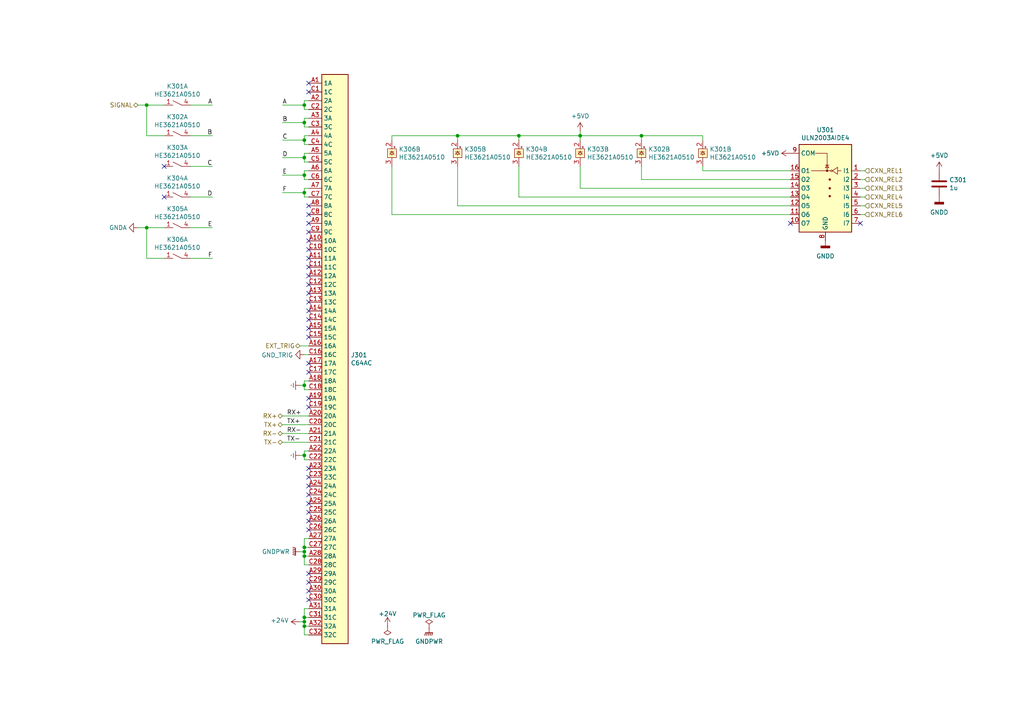
<source format=kicad_sch>
(kicad_sch (version 20230121) (generator eeschema)
  (paper "A4")
  (lib_symbols
    (symbol "Connector:C64AC"
      (property "Reference" "J" (at 0 85.09 0))
      (property "Value" "Connector_C64AC" (at 6.35 1.27 90))
      (symbol "C64AC_0_1"
        (rectangle (start -3.81 -81.28) (end 3.81 83.82) (stroke (width 0.254)) (fill (type background)))
      )
      (symbol "C64AC_1_1"
        (pin passive line (at -7.62 81.28 0) (length 3.81) (name "1A") (number "A1"))
        (pin passive line (at -7.62 35.56 0) (length 3.81) (name "10A") (number "A10"))
        (pin passive line (at -7.62 30.48 0) (length 3.81) (name "11A") (number "A11"))
        (pin passive line (at -7.62 25.4 0) (length 3.81) (name "12A") (number "A12"))
        (pin passive line (at -7.62 20.32 0) (length 3.81) (name "13A") (number "A13"))
        (pin passive line (at -7.62 15.24 0) (length 3.81) (name "14A") (number "A14"))
        (pin passive line (at -7.62 10.16 0) (length 3.81) (name "15A") (number "A15"))
        (pin passive line (at -7.62 5.08 0) (length 3.81) (name "16A") (number "A16"))
        (pin passive line (at -7.62 0 0) (length 3.81) (name "17A") (number "A17"))
        (pin passive line (at -7.62 -5.08 0) (length 3.81) (name "18A") (number "A18"))
        (pin passive line (at -7.62 -10.16 0) (length 3.81) (name "19A") (number "A19"))
        (pin passive line (at -7.62 76.2 0) (length 3.81) (name "2A") (number "A2"))
        (pin passive line (at -7.62 -15.24 0) (length 3.81) (name "20A") (number "A20"))
        (pin passive line (at -7.62 -20.32 0) (length 3.81) (name "21A") (number "A21"))
        (pin passive line (at -7.62 -25.4 0) (length 3.81) (name "22A") (number "A22"))
        (pin passive line (at -7.62 -30.48 0) (length 3.81) (name "23A") (number "A23"))
        (pin passive line (at -7.62 -35.56 0) (length 3.81) (name "24A") (number "A24"))
        (pin passive line (at -7.62 -40.64 0) (length 3.81) (name "25A") (number "A25"))
        (pin passive line (at -7.62 -45.72 0) (length 3.81) (name "26A") (number "A26"))
        (pin passive line (at -7.62 -50.8 0) (length 3.81) (name "27A") (number "A27"))
        (pin passive line (at -7.62 -55.88 0) (length 3.81) (name "28A") (number "A28"))
        (pin passive line (at -7.62 -60.96 0) (length 3.81) (name "29A") (number "A29"))
        (pin passive line (at -7.62 71.12 0) (length 3.81) (name "3A") (number "A3"))
        (pin passive line (at -7.62 -66.04 0) (length 3.81) (name "30A") (number "A30"))
        (pin passive line (at -7.62 -71.12 0) (length 3.81) (name "31A") (number "A31"))
        (pin passive line (at -7.62 -76.2 0) (length 3.81) (name "32A") (number "A32"))
        (pin passive line (at -7.62 66.04 0) (length 3.81) (name "4A") (number "A4"))
        (pin passive line (at -7.62 60.96 0) (length 3.81) (name "5A") (number "A5"))
        (pin passive line (at -7.62 55.88 0) (length 3.81) (name "6A") (number "A6"))
        (pin passive line (at -7.62 50.8 0) (length 3.81) (name "7A") (number "A7"))
        (pin passive line (at -7.62 45.72 0) (length 3.81) (name "8A") (number "A8"))
        (pin passive line (at -7.62 40.64 0) (length 3.81) (name "9A") (number "A9"))
        (pin passive line (at -7.62 78.74 0) (length 3.81) (name "1C") (number "C1"))
        (pin passive line (at -7.62 33.02 0) (length 3.81) (name "10C") (number "C10"))
        (pin passive line (at -7.62 27.94 0) (length 3.81) (name "11C") (number "C11"))
        (pin passive line (at -7.62 22.86 0) (length 3.81) (name "12C") (number "C12"))
        (pin passive line (at -7.62 17.78 0) (length 3.81) (name "13C") (number "C13"))
        (pin passive line (at -7.62 12.7 0) (length 3.81) (name "14C") (number "C14"))
        (pin passive line (at -7.62 7.62 0) (length 3.81) (name "15C") (number "C15"))
        (pin passive line (at -7.62 2.54 0) (length 3.81) (name "16C") (number "C16"))
        (pin passive line (at -7.62 -2.54 0) (length 3.81) (name "17C") (number "C17"))
        (pin passive line (at -7.62 -7.62 0) (length 3.81) (name "18C") (number "C18"))
        (pin passive line (at -7.62 -12.7 0) (length 3.81) (name "19C") (number "C19"))
        (pin passive line (at -7.62 73.66 0) (length 3.81) (name "2C") (number "C2"))
        (pin passive line (at -7.62 -17.78 0) (length 3.81) (name "20C") (number "C20"))
        (pin passive line (at -7.62 -22.86 0) (length 3.81) (name "21C") (number "C21"))
        (pin passive line (at -7.62 -27.94 0) (length 3.81) (name "22C") (number "C22"))
        (pin passive line (at -7.62 -33.02 0) (length 3.81) (name "23C") (number "C23"))
        (pin passive line (at -7.62 -38.1 0) (length 3.81) (name "24C") (number "C24"))
        (pin passive line (at -7.62 -43.18 0) (length 3.81) (name "25C") (number "C25"))
        (pin passive line (at -7.62 -48.26 0) (length 3.81) (name "26C") (number "C26"))
        (pin passive line (at -7.62 -53.34 0) (length 3.81) (name "27C") (number "C27"))
        (pin passive line (at -7.62 -58.42 0) (length 3.81) (name "28C") (number "C28"))
        (pin passive line (at -7.62 -63.5 0) (length 3.81) (name "29C") (number "C29"))
        (pin passive line (at -7.62 68.58 0) (length 3.81) (name "3C") (number "C3"))
        (pin passive line (at -7.62 -68.58 0) (length 3.81) (name "30C") (number "C30"))
        (pin passive line (at -7.62 -73.66 0) (length 3.81) (name "31C") (number "C31"))
        (pin passive line (at -7.62 -78.74 0) (length 3.81) (name "32C") (number "C32"))
        (pin passive line (at -7.62 63.5 0) (length 3.81) (name "4C") (number "C4"))
        (pin passive line (at -7.62 58.42 0) (length 3.81) (name "5C") (number "C5"))
        (pin passive line (at -7.62 53.34 0) (length 3.81) (name "6C") (number "C6"))
        (pin passive line (at -7.62 48.26 0) (length 3.81) (name "7C") (number "C7"))
        (pin passive line (at -7.62 43.18 0) (length 3.81) (name "8C") (number "C8"))
        (pin passive line (at -7.62 38.1 0) (length 3.81) (name "9C") (number "C9"))
      )
    )
    (symbol "Device:C" (pin_numbers hide) (pin_names (offset 0.254))
      (property "Reference" "C" (at 0.635 2.54 0))
      (property "Value" "C" (at 0.635 -2.54 0))
      (symbol "C_0_1"
        (polyline (pts (xy -2.032 -0.762) (xy 2.032 -0.762)) (stroke (width 0.508)))
        (polyline (pts (xy -2.032 0.762) (xy 2.032 0.762)) (stroke (width 0.508)))
      )
      (symbol "C_1_1"
        (pin passive line (at 0 3.81 270) (length 2.794) (name "~") (number "1"))
        (pin passive line (at 0 -3.81 90) (length 2.794) (name "~") (number "2"))
      )
    )
    (symbol "ETH1CFGEN1:HE3621A0510" (pin_names (offset 1.016))
      (property "Reference" "K" (at 6.35 1.27 0))
      (property "Value" "HE3621A0510" (at 6.35 -1.27 0))
      (symbol "HE3621A0510_1_1"
        (polyline (pts (xy 0 -1.27) (xy 1.27 1.27)))
        (pin passive line (at 0 3.81 270) (length 2.54) (name "~") (number "1"))
        (pin passive line (at 0 -3.81 90) (length 2.54) (name "~") (number "4"))
      )
      (symbol "HE3621A0510_2_1"
        (polyline (pts (xy 0 -0.254) (xy 0 -0.635)))
        (polyline (pts (xy 0 0.381) (xy 0 0.762)))
        (polyline (pts (xy 0.508 1.778) (xy 1.016 1.778)))
        (polyline (pts (xy 0.635 0.381) (xy -0.635 0.381)))
        (polyline (pts (xy 0.762 2.032) (xy 0.762 1.524)))
        (polyline (pts (xy 0.635 -0.254) (xy -0.635 -0.254) (xy 0 0.381) (xy 0.635 -0.254)))
        (rectangle (start 1.27 1.27) (end -1.27 -1.27) (fill (type background)))
        (pin passive line (at 0 3.81 270) (length 2.54) (name "~") (number "2"))
        (pin passive line (at 0 -3.81 90) (length 2.54) (name "~") (number "3"))
      )
    )
    (symbol "ETH1CSMU2:GND_TRIG" (power) (pin_names (offset 0))
      (property "Value" "GND_TRIG" (at 0 -3.81 0))
      (symbol "GND_TRIG_0_1"
        (polyline (pts (xy 0 0) (xy 0 -1.27) (xy 1.27 -1.27) (xy 0 -2.54) (xy -1.27 -1.27) (xy 0 -1.27)))
      )
      (symbol "GND_TRIG_1_1"
        (pin power_in line (at 0 0 270) (length 0) hide (name "GND_TRIG") (number "1"))
      )
    )
    (symbol "Transistor_Array:ULN2003A"
      (property "Reference" "U" (at 0 15.875 0))
      (property "Value" "ULN2003A" (at 0 13.97 0))
      (symbol "ULN2003A_0_1"
        (rectangle (start -7.62 -12.7) (end 7.62 12.7) (stroke (width 0.254)) (fill (type background)))
        (circle (center -1.778 5.08) (radius 0.254))
        (circle (center -1.27 -2.286) (radius 0.254) (fill (type outline)))
        (circle (center -1.27 0) (radius 0.254) (fill (type outline)))
        (circle (center -1.27 2.54) (radius 0.254) (fill (type outline)))
        (circle (center -0.508 5.08) (radius 0.254) (fill (type outline)))
        (polyline (pts (xy -4.572 5.08) (xy -3.556 5.08)))
        (polyline (pts (xy -1.524 5.08) (xy 4.064 5.08)))
        (polyline (pts (xy 0 6.731) (xy -1.016 6.731)))
        (polyline (pts (xy -0.508 5.08) (xy -0.508 10.16) (xy 2.921 10.16)))
        (polyline (pts (xy -3.556 6.096) (xy -3.556 4.064) (xy -2.032 5.08) (xy -3.556 6.096)))
        (polyline (pts (xy 0 5.969) (xy -1.016 5.969) (xy -0.508 6.731) (xy 0 5.969)))
      )
      (symbol "ULN2003A_1_1"
        (pin input line (at -10.16 5.08 0) (length 2.54) (name "I1") (number "1"))
        (pin open_collector line (at 10.16 -10.16 180) (length 2.54) (name "O7") (number "10"))
        (pin open_collector line (at 10.16 -7.62 180) (length 2.54) (name "O6") (number "11"))
        (pin open_collector line (at 10.16 -5.08 180) (length 2.54) (name "O5") (number "12"))
        (pin open_collector line (at 10.16 -2.54 180) (length 2.54) (name "O4") (number "13"))
        (pin open_collector line (at 10.16 0 180) (length 2.54) (name "O3") (number "14"))
        (pin open_collector line (at 10.16 2.54 180) (length 2.54) (name "O2") (number "15"))
        (pin open_collector line (at 10.16 5.08 180) (length 2.54) (name "O1") (number "16"))
        (pin input line (at -10.16 2.54 0) (length 2.54) (name "I2") (number "2"))
        (pin input line (at -10.16 0 0) (length 2.54) (name "I3") (number "3"))
        (pin input line (at -10.16 -2.54 0) (length 2.54) (name "I4") (number "4"))
        (pin input line (at -10.16 -5.08 0) (length 2.54) (name "I5") (number "5"))
        (pin input line (at -10.16 -7.62 0) (length 2.54) (name "I6") (number "6"))
        (pin input line (at -10.16 -10.16 0) (length 2.54) (name "I7") (number "7"))
        (pin power_in line (at 0 -15.24 90) (length 2.54) (name "GND") (number "8"))
        (pin passive line (at 10.16 10.16 180) (length 2.54) (name "COM") (number "9"))
      )
    )
    (symbol "power:+24V" (power) (pin_names (offset 0))
      (property "Value" "+24V" (at 0 3.556 0))
      (symbol "+24V_0_1"
        (polyline (pts (xy -0.762 1.27) (xy 0 2.54)))
        (polyline (pts (xy 0 0) (xy 0 2.54)))
        (polyline (pts (xy 0 2.54) (xy 0.762 1.27)))
      )
      (symbol "+24V_1_1"
        (pin power_in line (at 0 0 90) (length 0) hide (name "+24V") (number "1"))
      )
    )
    (symbol "power:+5VD" (power) (pin_names (offset 0))
      (property "Value" "+5VD" (at 0 3.556 0))
      (symbol "+5VD_0_1"
        (polyline (pts (xy -0.762 1.27) (xy 0 2.54)))
        (polyline (pts (xy 0 0) (xy 0 2.54)))
        (polyline (pts (xy 0 2.54) (xy 0.762 1.27)))
      )
      (symbol "+5VD_1_1"
        (pin power_in line (at 0 0 90) (length 0) hide (name "+5VD") (number "1"))
      )
    )
    (symbol "power:Earth" (power) (pin_names (offset 0))
      (symbol "Earth_0_1"
        (polyline (pts (xy -0.635 -1.905) (xy 0.635 -1.905)))
        (polyline (pts (xy -0.127 -2.54) (xy 0.127 -2.54)))
        (polyline (pts (xy 0 -1.27) (xy 0 0)))
        (polyline (pts (xy 1.27 -1.27) (xy -1.27 -1.27)))
      )
      (symbol "Earth_1_1"
        (pin power_in line (at 0 0 270) (length 0) hide (name "Earth") (number "1"))
      )
    )
    (symbol "power:GNDA" (power) (pin_names (offset 0))
      (property "Value" "GNDA" (at 0 -3.81 0))
      (symbol "GNDA_0_1"
        (polyline (pts (xy 0 0) (xy 0 -1.27) (xy 1.27 -1.27) (xy 0 -2.54) (xy -1.27 -1.27) (xy 0 -1.27)))
      )
      (symbol "GNDA_1_1"
        (pin power_in line (at 0 0 270) (length 0) hide (name "GNDA") (number "1"))
      )
    )
    (symbol "power:GNDD" (power) (pin_names (offset 0))
      (property "Value" "GNDD" (at 0 -3.175 0))
      (symbol "GNDD_0_1"
        (rectangle (start -1.27 -1.524) (end 1.27 -2.032) (stroke (width 0.254)) (fill (type outline)))
        (polyline (pts (xy 0 0) (xy 0 -1.524)))
      )
      (symbol "GNDD_1_1"
        (pin power_in line (at 0 0 270) (length 0) hide (name "GNDD") (number "1"))
      )
    )
    (symbol "power:GNDPWR" (power) (pin_names (offset 0))
      (property "Value" "GNDPWR" (at 0 -3.302 0))
      (symbol "GNDPWR_0_1"
        (polyline (pts (xy 0 -1.27) (xy 0 0)))
        (polyline (pts (xy -1.016 -1.27) (xy -1.27 -2.032) (xy -1.27 -2.032)) (stroke (width 0.2032)))
        (polyline (pts (xy -0.508 -1.27) (xy -0.762 -2.032) (xy -0.762 -2.032)) (stroke (width 0.2032)))
        (polyline (pts (xy 0 -1.27) (xy -0.254 -2.032) (xy -0.254 -2.032)) (stroke (width 0.2032)))
        (polyline (pts (xy 0.508 -1.27) (xy 0.254 -2.032) (xy 0.254 -2.032)) (stroke (width 0.2032)))
        (polyline (pts (xy 1.016 -1.27) (xy -1.016 -1.27) (xy -1.016 -1.27)) (stroke (width 0.2032)))
        (polyline (pts (xy 1.016 -1.27) (xy 0.762 -2.032) (xy 0.762 -2.032) (xy 0.762 -2.032)) (stroke (width 0.2032)))
      )
      (symbol "GNDPWR_1_1"
        (pin power_in line (at 0 0 270) (length 0) hide (name "GNDPWR") (number "1"))
      )
    )
    (symbol "power:PWR_FLAG" (power) (pin_numbers hide) (pin_names (offset 0) hide)
      (property "Value" "PWR_FLAG" (at 0 3.81 0))
      (symbol "PWR_FLAG_0_0"
        (pin power_out line (at 0 0 90) (length 0) (name "pwr") (number "1"))
      )
      (symbol "PWR_FLAG_0_1"
        (polyline (pts (xy 0 0) (xy 0 1.27) (xy -1.016 1.905) (xy 0 2.54) (xy 1.016 1.905) (xy 0 1.27)))
      )
    )
  )
  (junction (at 132.715 39.37))
  (junction (at 88.265 132.08))
  (junction (at 88.265 160.02))
  (junction (at 42.545 30.48))
  (junction (at 88.265 55.88))
  (junction (at 88.265 30.48))
  (junction (at 42.545 66.04))
  (junction (at 88.265 40.64))
  (junction (at 88.265 180.34))
  (junction (at 168.275 39.37))
  (junction (at 88.265 158.75))
  (junction (at 88.265 111.76))
  (junction (at 88.265 181.61))
  (junction (at 88.265 45.72))
  (junction (at 150.495 39.37))
  (junction (at 88.265 161.29))
  (junction (at 88.265 35.56))
  (junction (at 186.055 39.37))
  (junction (at 88.265 179.07))
  (junction (at 88.265 50.8))
  (no_connect (at 89.535 146.05))
  (no_connect (at 89.535 90.17))
  (no_connect (at 47.625 48.26))
  (no_connect (at 89.535 168.91))
  (no_connect (at 89.535 95.25))
  (no_connect (at 89.535 97.79))
  (no_connect (at 89.535 59.69))
  (no_connect (at 89.535 62.23))
  (no_connect (at 89.535 135.89))
  (no_connect (at 89.535 143.51))
  (no_connect (at 89.535 77.47))
  (no_connect (at 89.535 92.71))
  (no_connect (at 89.535 87.63))
  (no_connect (at 89.535 118.11))
  (no_connect (at 47.625 57.15))
  (no_connect (at 89.535 67.31))
  (no_connect (at 89.535 82.55))
  (no_connect (at 89.535 74.93))
  (no_connect (at 89.535 148.59))
  (no_connect (at 89.535 166.37))
  (no_connect (at 89.535 138.43))
  (no_connect (at 89.535 24.13))
  (no_connect (at 89.535 64.77))
  (no_connect (at 89.535 69.85))
  (no_connect (at 89.535 80.01))
  (no_connect (at 229.235 64.77))
  (no_connect (at 89.535 107.95))
  (no_connect (at 89.535 105.41))
  (no_connect (at 89.535 153.67))
  (no_connect (at 89.535 72.39))
  (no_connect (at 89.535 151.13))
  (no_connect (at 89.535 173.99))
  (no_connect (at 89.535 26.67))
  (no_connect (at 89.535 140.97))
  (no_connect (at 89.535 85.09))
  (no_connect (at 249.555 64.77))
  (no_connect (at 89.535 171.45))
  (no_connect (at 89.535 115.57))
  (wire (pts (xy 250.825 49.53) (xy 249.555 49.53)))
  (wire (pts (xy 47.625 39.37) (xy 42.545 39.37)))
  (wire (pts (xy 55.245 39.37) (xy 61.595 39.37)))
  (wire (pts (xy 55.245 57.15) (xy 61.595 57.15)))
  (wire (pts (xy 250.825 52.07) (xy 249.555 52.07)))
  (wire (pts (xy 55.245 48.26) (xy 61.595 48.26)))
  (wire (pts (xy 89.535 39.37) (xy 88.265 39.37)))
  (wire (pts (xy 55.245 74.93) (xy 61.595 74.93)))
  (wire (pts (xy 132.715 39.37) (xy 150.495 39.37)))
  (wire (pts (xy 88.265 31.75) (xy 89.535 31.75)))
  (wire (pts (xy 88.265 41.91) (xy 89.535 41.91)))
  (wire (pts (xy 89.535 49.53) (xy 88.265 49.53)))
  (wire (pts (xy 88.265 50.8) (xy 88.265 52.07)))
  (wire (pts (xy 88.265 176.53) (xy 89.535 176.53)))
  (wire (pts (xy 89.535 120.65) (xy 81.915 120.65)))
  (wire (pts (xy 88.265 45.72) (xy 88.265 46.99)))
  (wire (pts (xy 150.495 39.37) (xy 168.275 39.37)))
  (wire (pts (xy 42.545 66.04) (xy 40.005 66.04)))
  (wire (pts (xy 150.495 57.15) (xy 150.495 48.26)))
  (wire (pts (xy 89.535 179.07) (xy 88.265 179.07)))
  (wire (pts (xy 88.265 158.75) (xy 88.265 156.21)))
  (wire (pts (xy 113.665 48.26) (xy 113.665 62.23)))
  (wire (pts (xy 89.535 128.27) (xy 81.915 128.27)))
  (wire (pts (xy 168.275 54.61) (xy 168.275 48.26)))
  (wire (pts (xy 88.265 55.88) (xy 88.265 57.15)))
  (wire (pts (xy 89.535 29.21) (xy 88.265 29.21)))
  (wire (pts (xy 88.265 130.81) (xy 88.265 132.08)))
  (wire (pts (xy 229.235 59.69) (xy 132.715 59.69)))
  (wire (pts (xy 86.995 180.34) (xy 88.265 180.34)))
  (wire (pts (xy 88.265 161.29) (xy 88.265 160.02)))
  (wire (pts (xy 88.265 102.87) (xy 89.535 102.87)))
  (wire (pts (xy 47.625 66.04) (xy 42.545 66.04)))
  (wire (pts (xy 88.265 133.35) (xy 89.535 133.35)))
  (wire (pts (xy 88.265 30.48) (xy 88.265 31.75)))
  (wire (pts (xy 88.265 110.49) (xy 88.265 111.76)))
  (wire (pts (xy 88.265 34.29) (xy 88.265 35.56)))
  (wire (pts (xy 89.535 110.49) (xy 88.265 110.49)))
  (wire (pts (xy 86.995 160.02) (xy 88.265 160.02)))
  (wire (pts (xy 88.265 179.07) (xy 88.265 176.53)))
  (wire (pts (xy 88.265 54.61) (xy 88.265 55.88)))
  (wire (pts (xy 132.715 39.37) (xy 113.665 39.37)))
  (wire (pts (xy 86.995 132.08) (xy 88.265 132.08)))
  (wire (pts (xy 229.235 52.07) (xy 186.055 52.07)))
  (wire (pts (xy 88.265 50.8) (xy 81.915 50.8)))
  (wire (pts (xy 89.535 125.73) (xy 81.915 125.73)))
  (wire (pts (xy 86.995 100.33) (xy 89.535 100.33)))
  (wire (pts (xy 203.835 49.53) (xy 203.835 48.26)))
  (wire (pts (xy 88.265 49.53) (xy 88.265 50.8)))
  (wire (pts (xy 229.235 49.53) (xy 203.835 49.53)))
  (wire (pts (xy 89.535 161.29) (xy 88.265 161.29)))
  (wire (pts (xy 89.535 163.83) (xy 88.265 163.83)))
  (wire (pts (xy 88.265 160.02) (xy 88.265 158.75)))
  (wire (pts (xy 88.265 36.83) (xy 89.535 36.83)))
  (wire (pts (xy 88.265 44.45) (xy 88.265 45.72)))
  (wire (pts (xy 88.265 29.21) (xy 88.265 30.48)))
  (wire (pts (xy 186.055 52.07) (xy 186.055 48.26)))
  (wire (pts (xy 42.545 39.37) (xy 42.545 30.48)))
  (wire (pts (xy 88.265 45.72) (xy 81.915 45.72)))
  (wire (pts (xy 88.265 35.56) (xy 88.265 36.83)))
  (wire (pts (xy 89.535 34.29) (xy 88.265 34.29)))
  (wire (pts (xy 168.275 39.37) (xy 186.055 39.37)))
  (wire (pts (xy 250.825 57.15) (xy 249.555 57.15)))
  (wire (pts (xy 168.275 38.1) (xy 168.275 39.37)))
  (wire (pts (xy 55.245 66.04) (xy 61.595 66.04)))
  (wire (pts (xy 88.265 40.64) (xy 81.915 40.64)))
  (wire (pts (xy 250.825 62.23) (xy 249.555 62.23)))
  (wire (pts (xy 229.235 57.15) (xy 150.495 57.15)))
  (wire (pts (xy 88.265 132.08) (xy 88.265 133.35)))
  (wire (pts (xy 88.265 113.03) (xy 89.535 113.03)))
  (wire (pts (xy 88.265 35.56) (xy 81.915 35.56)))
  (wire (pts (xy 88.265 30.48) (xy 81.915 30.48)))
  (wire (pts (xy 88.265 40.64) (xy 88.265 41.91)))
  (wire (pts (xy 89.535 181.61) (xy 88.265 181.61)))
  (wire (pts (xy 250.825 59.69) (xy 249.555 59.69)))
  (wire (pts (xy 88.265 46.99) (xy 89.535 46.99)))
  (wire (pts (xy 89.535 184.15) (xy 88.265 184.15)))
  (wire (pts (xy 88.265 181.61) (xy 88.265 180.34)))
  (wire (pts (xy 203.835 39.37) (xy 203.835 40.64)))
  (wire (pts (xy 150.495 39.37) (xy 150.495 40.64)))
  (wire (pts (xy 132.715 59.69) (xy 132.715 48.26)))
  (wire (pts (xy 89.535 130.81) (xy 88.265 130.81)))
  (wire (pts (xy 86.995 111.76) (xy 88.265 111.76)))
  (wire (pts (xy 229.235 54.61) (xy 168.275 54.61)))
  (wire (pts (xy 88.265 52.07) (xy 89.535 52.07)))
  (wire (pts (xy 88.265 55.88) (xy 81.915 55.88)))
  (wire (pts (xy 88.265 184.15) (xy 88.265 181.61)))
  (wire (pts (xy 55.245 30.48) (xy 61.595 30.48)))
  (wire (pts (xy 89.535 158.75) (xy 88.265 158.75)))
  (wire (pts (xy 42.545 30.48) (xy 40.005 30.48)))
  (wire (pts (xy 132.715 40.64) (xy 132.715 39.37)))
  (wire (pts (xy 113.665 39.37) (xy 113.665 40.64)))
  (wire (pts (xy 47.625 30.48) (xy 42.545 30.48)))
  (wire (pts (xy 89.535 44.45) (xy 88.265 44.45)))
  (wire (pts (xy 186.055 40.64) (xy 186.055 39.37)))
  (wire (pts (xy 88.265 180.34) (xy 88.265 179.07)))
  (wire (pts (xy 88.265 111.76) (xy 88.265 113.03)))
  (wire (pts (xy 89.535 54.61) (xy 88.265 54.61)))
  (wire (pts (xy 88.265 163.83) (xy 88.265 161.29)))
  (wire (pts (xy 250.825 54.61) (xy 249.555 54.61)))
  (wire (pts (xy 88.265 57.15) (xy 89.535 57.15)))
  (wire (pts (xy 89.535 123.19) (xy 81.915 123.19)))
  (wire (pts (xy 186.055 39.37) (xy 203.835 39.37)))
  (wire (pts (xy 88.265 156.21) (xy 89.535 156.21)))
  (wire (pts (xy 168.275 40.64) (xy 168.275 39.37)))
  (wire (pts (xy 42.545 74.93) (xy 42.545 66.04)))
  (wire (pts (xy 88.265 39.37) (xy 88.265 40.64)))
  (wire (pts (xy 113.665 62.23) (xy 229.235 62.23)))
  (wire (pts (xy 47.625 74.93) (xy 42.545 74.93)))
  (label "E" (at 61.595 66.04 180))
  (label "B" (at 61.595 39.37 180))
  (label "F" (at 61.595 74.93 180))
  (label "RX+" (at 83.185 120.65 0))
  (label "C" (at 61.595 48.26 180))
  (label "B" (at 81.915 35.56 0))
  (label "TX+" (at 83.185 123.19 0))
  (label "D" (at 61.595 57.15 180))
  (label "F" (at 81.915 55.88 0))
  (label "A" (at 61.595 30.48 180))
  (label "E" (at 81.915 50.8 0))
  (label "D" (at 81.915 45.72 0))
  (label "C" (at 81.915 40.64 0))
  (label "TX-" (at 83.185 128.27 0))
  (label "A" (at 81.915 30.48 0))
  (label "RX-" (at 83.185 125.73 0))
  (hierarchical_label "CXN_REL4" (shape input) (at 250.825 57.15 0))
  (hierarchical_label "CXN_REL6" (shape input) (at 250.825 62.23 0))
  (hierarchical_label "CXN_REL2" (shape input) (at 250.825 52.07 0))
  (hierarchical_label "RX-" (shape bidirectional) (at 81.915 125.73 180))
  (hierarchical_label "SIGNAL" (shape bidirectional) (at 40.005 30.48 180))
  (hierarchical_label "RX+" (shape bidirectional) (at 81.915 120.65 180))
  (hierarchical_label "TX+" (shape bidirectional) (at 81.915 123.19 180))
  (hierarchical_label "CXN_REL1" (shape input) (at 250.825 49.53 0))
  (hierarchical_label "TX-" (shape bidirectional) (at 81.915 128.27 180))
  (hierarchical_label "EXT_TRIG" (shape bidirectional) (at 86.995 100.33 180))
  (hierarchical_label "CXN_REL3" (shape input) (at 250.825 54.61 0))
  (hierarchical_label "CXN_REL5" (shape input) (at 250.825 59.69 0))
  (symbol (lib_id "ETH1CFGEN1:HE3621A0510") (at 113.665 44.45 0) (unit 2)
    (property "Reference" "K306" (at 115.6462 43.2816 0) (effects (justify left)))
    (property "Value" "HE3621A0510" (at 115.6462 45.593 0) (effects (justify left)))
    (instances (project "ETH1CSMU2" (path "" (reference "K306") (unit 2))) (project "ETH1CFGEN1A" (path "" (reference "K501") (unit 2))))
  )
  (symbol (lib_id "power:Earth") (at 86.995 111.76 270) (unit 1)
    (property "Reference" "#PWR0303" (effects hide))
    (property "Value" "Earth" (effects hide))
    (instances (project "ETH1CSMU2" (path "" (reference "#PWR0303") (unit 1))) (project "ETH1CFGEN1A" (path "" (reference "#PWR0502") (unit 1))))
  )
  (symbol (lib_id "Connector:C64AC") (at 97.155 105.41 0) (unit 1)
    (property "Reference" "J301" (at 101.727 102.9716 0) (effects (justify left)))
    (property "Value" "C64AC" (at 101.727 105.283 0) (effects (justify left)))
    (property "Datasheet" " ~" (effects hide))
    (instances (project "ETH1CSMU2" (path "" (reference "J301") (unit 1))) (project "ETH1CFGEN1A" (path "" (reference "J501") (unit 1))))
  )
  (symbol (lib_id "ETH1CFGEN1:HE3621A0510") (at 150.495 44.45 0) (unit 2)
    (property "Reference" "K304" (at 152.4762 43.2816 0) (effects (justify left)))
    (property "Value" "HE3621A0510" (at 152.4762 45.593 0) (effects (justify left)))
    (instances (project "ETH1CSMU2" (path "" (reference "K304") (unit 2))) (project "ETH1CFGEN1A" (path "" (reference "K503") (unit 2))))
  )
  (symbol (lib_id "ETH1CFGEN1:HE3621A0510") (at 203.835 44.45 0) (unit 2)
    (property "Reference" "K301" (at 205.8162 43.2816 0) (effects (justify left)))
    (property "Value" "HE3621A0510" (at 205.8162 45.593 0) (effects (justify left)))
    (instances (project "ETH1CSMU2" (path "" (reference "K301") (unit 2))) (project "ETH1CFGEN1A" (path "" (reference "K506") (unit 2))))
  )
  (symbol (lib_id "ETH1CFGEN1:HE3621A0510") (at 51.435 57.15 90) (unit 1)
    (property "Reference" "K304" (at 51.435 51.689 90))
    (property "Value" "HE3621A0510" (at 51.435 54.0004 90))
    (instances (project "ETH1CSMU2" (path "" (reference "K304") (unit 1))) (project "ETH1CFGEN1A" (path "" (reference "K504") (unit 1))))
  )
  (symbol (lib_id "ETH1CFGEN1:HE3621A0510") (at 132.715 44.45 0) (unit 2)
    (property "Reference" "K305" (at 134.6962 43.2816 0) (effects (justify left)))
    (property "Value" "HE3621A0510" (at 134.6962 45.593 0) (effects (justify left)))
    (instances (project "ETH1CSMU2" (path "" (reference "K305") (unit 2))) (project "ETH1CFGEN1A" (path "" (reference "K502") (unit 2))))
  )
  (symbol (lib_id "power:+24V") (at 112.395 181.61 0) (unit 1)
    (property "Reference" "#PWR0308" (effects hide))
    (property "Value" "+24V" (at 112.395 178.0342 0))
    (instances (project "ETH1CSMU2" (path "" (reference "#PWR0308") (unit 1))) (project "ETH1CFGEN1A" (path "" (reference "#PWR0507") (unit 1))))
  )
  (symbol (lib_id "power:GNDD") (at 272.415 57.15 0) (unit 1)
    (property "Reference" "#PWR0513" (effects hide))
    (property "Value" "GNDD" (at 272.415 61.595 0))
  )
  (symbol (lib_id "ETH1CFGEN1:HE3621A0510") (at 51.435 30.48 90) (unit 1)
    (property "Reference" "K301" (at 51.435 25.019 90))
    (property "Value" "HE3621A0510" (at 51.435 27.3304 90))
    (instances (project "ETH1CSMU2" (path "" (reference "K301") (unit 1))) (project "ETH1CFGEN1A" (path "" (reference "K501") (unit 1))))
  )
  (symbol (lib_id "ETH1CFGEN1:HE3621A0510") (at 186.055 44.45 0) (unit 2)
    (property "Reference" "K302" (at 188.0362 43.2816 0) (effects (justify left)))
    (property "Value" "HE3621A0510" (at 188.0362 45.593 0) (effects (justify left)))
    (instances (project "ETH1CSMU2" (path "" (reference "K302") (unit 2))) (project "ETH1CFGEN1A" (path "" (reference "K505") (unit 2))))
  )
  (symbol (lib_id "ETH1CFGEN1:HE3621A0510") (at 51.435 74.93 90) (unit 1)
    (property "Reference" "K306" (at 51.435 69.469 90))
    (property "Value" "HE3621A0510" (at 51.435 71.7804 90))
    (instances (project "ETH1CSMU2" (path "" (reference "K306") (unit 1))) (project "ETH1CFGEN1A" (path "" (reference "K506") (unit 1))))
  )
  (symbol (lib_id "power:Earth") (at 86.995 132.08 270) (unit 1)
    (property "Reference" "#PWR0304" (effects hide))
    (property "Value" "Earth" (effects hide))
    (instances (project "ETH1CSMU2" (path "" (reference "#PWR0304") (unit 1))) (project "ETH1CFGEN1A" (path "" (reference "#PWR0503") (unit 1))))
  )
  (symbol (lib_id "power:+24V") (at 86.995 180.34 90) (unit 1)
    (property "Reference" "#PWR0306" (effects hide))
    (property "Value" "+24V" (at 83.7438 179.959 90) (effects (justify left)))
    (instances (project "ETH1CSMU2" (path "" (reference "#PWR0306") (unit 1))) (project "ETH1CFGEN1A" (path "" (reference "#PWR0505") (unit 1))))
  )
  (symbol (lib_id "power:+5VD") (at 229.235 44.45 90) (unit 1)
    (property "Reference" "#PWR0510" (effects hide))
    (property "Value" "+5VD" (at 226.06 44.45 90) (effects (justify left)))
  )
  (symbol (lib_id "ETH1CFGEN1:HE3621A0510") (at 51.435 39.37 90) (unit 1)
    (property "Reference" "K302" (at 51.435 33.909 90))
    (property "Value" "HE3621A0510" (at 51.435 36.2204 90))
    (instances (project "ETH1CSMU2" (path "" (reference "K302") (unit 1))) (project "ETH1CFGEN1A" (path "" (reference "K502") (unit 1))))
  )
  (symbol (lib_id "power:GNDPWR") (at 86.995 160.02 270) (unit 1)
    (property "Reference" "#PWR0614" (effects hide))
    (property "Value" "GNDPWR" (at 80.01 160.02 90))
    (instances (project "ETH1CFGEN1A" (path "" (reference "#PWR0614") (unit 1)) (path "" (reference "#PWR0504") (unit 1))) (project "ETH1CDMM1" (path "" (reference "#PWR0304") (unit 1))))
  )
  (symbol (lib_id "power:GNDD") (at 239.395 69.85 0) (unit 1)
    (property "Reference" "#PWR0511" (effects hide))
    (property "Value" "GNDD" (at 239.395 74.295 0))
  )
  (symbol (lib_id "power:GNDPWR") (at 124.46 182.245 0) (unit 1)
    (property "Reference" "#PWR0614" (effects hide))
    (property "Value" "GNDPWR" (at 124.46 186.055 0))
    (instances (project "ETH1CFGEN1A" (path "" (reference "#PWR0614") (unit 1)) (path "" (reference "#PWR0508") (unit 1))) (project "ETH1CDMM1" (path "" (reference "#PWR0304") (unit 1))))
  )
  (symbol (lib_id "power:+5VD") (at 272.415 49.53 0) (unit 1)
    (property "Reference" "#PWR0512" (effects hide))
    (property "Value" "+5VD" (at 272.415 45.085 0))
  )
  (symbol (lib_id "power:+5VD") (at 168.275 38.1 0) (unit 1)
    (property "Reference" "#PWR0509" (effects hide))
    (property "Value" "+5VD" (at 168.275 33.655 0))
  )
  (symbol (lib_id "ETH1CSMU2:GND_TRIG") (at 88.265 102.87 270) (unit 1)
    (property "Reference" "#PWR0307" (effects hide))
    (property "Value" "GND_TRIG" (at 85.0138 102.997 90) (effects (justify right)))
    (instances (project "ETH1CSMU2" (path "" (reference "#PWR0307") (unit 1))) (project "ETH1CFGEN1A" (path "" (reference "#PWR0506") (unit 1))))
  )
  (symbol (lib_id "power:PWR_FLAG") (at 124.46 182.245 0) (unit 1)
    (property "Reference" "#FLG0301" (effects hide))
    (property "Value" "PWR_FLAG" (at 124.46 178.435 0))
    (instances (project "ETH1CSMU2" (path "" (reference "#FLG0301") (unit 1))) (project "ETH1CFGEN1A" (path "" (reference "#FLG0502") (unit 1))))
  )
  (symbol (lib_id "ETH1CFGEN1:HE3621A0510") (at 51.435 66.04 90) (unit 1)
    (property "Reference" "K305" (at 51.435 60.579 90))
    (property "Value" "HE3621A0510" (at 51.435 62.8904 90))
    (instances (project "ETH1CSMU2" (path "" (reference "K305") (unit 1))) (project "ETH1CFGEN1A" (path "" (reference "K505") (unit 1))))
  )
  (symbol (lib_id "ETH1CFGEN1:HE3621A0510") (at 168.275 44.45 0) (unit 2)
    (property "Reference" "K303" (at 170.2562 43.2816 0) (effects (justify left)))
    (property "Value" "HE3621A0510" (at 170.2562 45.593 0) (effects (justify left)))
    (instances (project "ETH1CSMU2" (path "" (reference "K303") (unit 2))) (project "ETH1CFGEN1A" (path "" (reference "K504") (unit 2))))
  )
  (symbol (lib_id "ETH1CFGEN1:HE3621A0510") (at 51.435 48.26 90) (unit 1)
    (property "Reference" "K303" (at 51.435 42.799 90))
    (property "Value" "HE3621A0510" (at 51.435 45.1104 90))
    (instances (project "ETH1CSMU2" (path "" (reference "K303") (unit 1))) (project "ETH1CFGEN1A" (path "" (reference "K503") (unit 1))))
  )
  (symbol (lib_id "Device:C") (at 272.415 53.34 0) (unit 1)
    (property "Reference" "C301" (at 275.336 52.1716 0) (effects (justify left)))
    (property "Value" "1u" (at 275.336 54.483 0) (effects (justify left)))
    (instances (project "ETH1CSMU2" (path "" (reference "C301") (unit 1))) (project "ETH1CFGEN1A" (path "" (reference "C501") (unit 1))))
  )
  (symbol (lib_id "power:PWR_FLAG") (at 112.395 181.61 180) (unit 1)
    (property "Reference" "#FLG0301" (effects hide))
    (property "Value" "PWR_FLAG" (at 112.395 186.0534 0))
    (instances (project "ETH1CSMU2" (path "" (reference "#FLG0301") (unit 1))) (project "ETH1CFGEN1A" (path "" (reference "#FLG0501") (unit 1))))
  )
  (symbol (lib_id "power:GNDA") (at 40.005 66.04 270) (unit 1)
    (property "Reference" "#PWR0501" (effects hide))
    (property "Value" "GNDA" (at 36.83 66.04 90) (effects (justify right)))
  )
  (symbol (lib_id "Transistor_Array:ULN2003A") (at 239.395 54.61 0) (mirror y) (unit 1)
    (property "Reference" "U301" (at 239.395 37.6682 0))
    (property "Value" "ULN2003AIDE4" (at 239.395 39.9796 0))
    (property "Datasheet" "http://www.ti.com/lit/ds/symlink/uln2003a.pdf" (effects hide))
    (instances (project "ETH1CSMU2" (path "" (reference "U301") (unit 1))) (project "ETH1CFGEN1A" (path "" (reference "U501") (unit 1))))
  )
)
</source>
